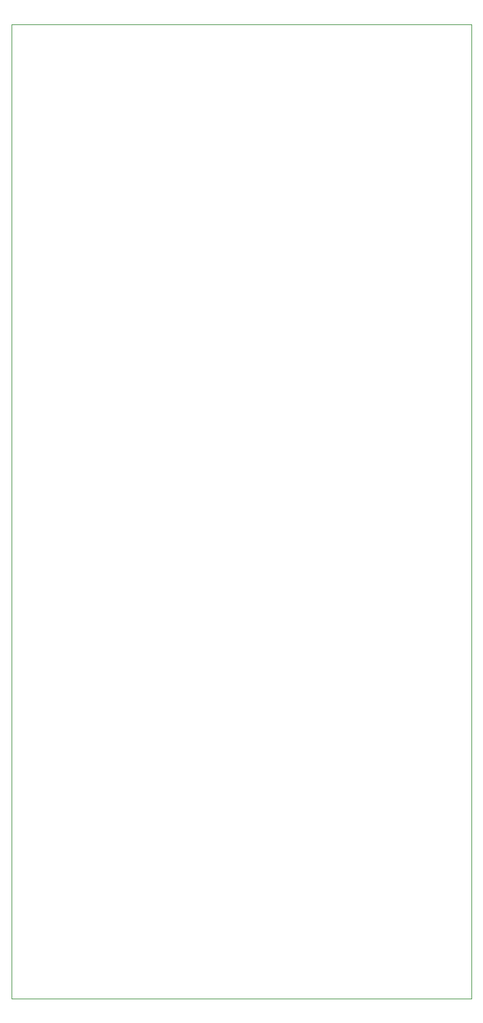
<source format=gbr>
%TF.GenerationSoftware,KiCad,Pcbnew,8.0.4*%
%TF.CreationDate,2024-09-27T18:27:06+01:00*%
%TF.ProjectId,EuroRackPanel-12HP-60mm,4575726f-5261-4636-9b50-616e656c2d31,rev?*%
%TF.SameCoordinates,Original*%
%TF.FileFunction,Profile,NP*%
%FSLAX46Y46*%
G04 Gerber Fmt 4.6, Leading zero omitted, Abs format (unit mm)*
G04 Created by KiCad (PCBNEW 8.0.4) date 2024-09-27 18:27:06*
%MOMM*%
%LPD*%
G01*
G04 APERTURE LIST*
%TA.AperFunction,Profile*%
%ADD10C,0.050000*%
%TD*%
G04 APERTURE END LIST*
D10*
X50000000Y-50000000D02*
X110600000Y-50000000D01*
X110600000Y-178500000D01*
X50000000Y-178500000D01*
X50000000Y-50000000D01*
M02*

</source>
